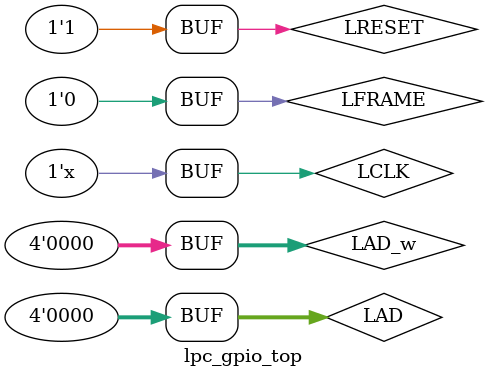
<source format=v>

module  lpc_gpio_top;


reg    [3:0]   LAD;
reg            LFRAME;
reg            LRESET;
reg            LCLK;

wire   [7:0]   gpio_out;

wire    [3:0]   LAD_w;


//LCLK
initial
begin
       LCLK=1;
end

//LRESET
initial
begin
    

//write date to gpio    
       LRESET = 0;
#50   LRESET = 1; 
#10    LFRAME = 0;
       LAD = 4'b0000;   //1-start
#10    LFRAME = 1;
       LAD = 4'b0010;   //2- CT-DIR, 0010- IO WRITE
#10    LFRAME = 1;
       LAD = 4'b0000;   //3- address A15-A12
#10    LFRAME = 1;
       LAD = 4'b0100;   //4- A11-A8
#10    LFRAME = 1;
       LAD = 4'b0010;   //5- A7-A4
#10    LFRAME = 1;
       LAD = 4'b0001;   //6- A3-A0
#10    LFRAME = 1;
       LAD = 4'b0101;   //7- D3-D0
#10    LFRAME = 1;
       LAD = 4'b1010;   //8- D7-D4
#10    LFRAME = 1;
       LAD = 4'b1111;   //9- TAR
#10    LFRAME = 1;
       LAD = 4'bzzzz;   //10- TAR       
#10    LFRAME = 1;
       LAD = 4'bzzzz;   //11- SYNC
#10    LFRAME = 1;
       LAD = 4'bzzzz;   //12- TAR
#10    LFRAME = 1;
       LAD = 4'bzzzz;   //13- TAR
#50   LFRAME = 1;
       LAD = 4'bzzzz;   //13- TAR
       
       
#20    LFRAME = 0;
       LAD = 4'b0000;   //start
#10    LFRAME = 1;
       LAD = 4'b0010;   //CT-DIR, 0010- IO WRITE
#10    LFRAME = 1;
       LAD = 4'b0000;   //address A15-A12
#10    LFRAME = 1;
       LAD = 4'b0100;   //A11-A8
#10    LFRAME = 1;
       LAD = 4'b0010;   //A7-A4
#10    LFRAME = 1;
       LAD = 4'b0101;   //A3-A0
#10    LFRAME = 1;
       LAD = 4'b1011;   //D3-D0
#10    LFRAME = 1;
       LAD = 4'b0010;   //D7-D4
#10    LFRAME = 1;
       LAD = 4'b1111;   //TAR
#10    LFRAME = 1;
       LAD = 4'bzzzz;   //TAR
#50    LFRAME = 1;
       LAD = 4'bzzzz;   //SYNC
       

//read data from LPC GPIO       
       
       LRESET = 0;
#50   LRESET = 1; 
#10    LFRAME = 0;
       LAD = 4'b0000;   //1-start
#10    LFRAME = 1;
       LAD = 4'b0000;   //2- CT-DIR, 0000- IO READ
#10    LFRAME = 1;
       LAD = 4'b0000;   //3- address A15-A12
#10    LFRAME = 1;
       LAD = 4'b0100;   //4- A11-A8
#10    LFRAME = 1;
       LAD = 4'b0010;   //5- A7-A4
#10    LFRAME = 1;
       LAD = 4'b0001;   //6- A3-A0
#10    LFRAME = 1;
       LAD = 4'b1111;   //7- TAR
#10    LFRAME = 1;
       LAD = 4'bzzzz;   //8- TAR       
#10    LFRAME = 1;
       LAD = 4'bzzzz;   //9- SYNC
#10    LFRAME = 1;
       LAD = 4'bzzzz;   //10 D3-D0
#10    LFRAME = 1;
       LAD = 4'bzzzz;   //11 D7-D4       
#10    LFRAME = 1;
       LAD = 4'bzzzz;   //12- TAR
#100   LFRAME = 1;
       LAD = 4'bzzzz;   //13- TAR       
    
       

end

//LFRAME, LAD
initial
begin
    LFRAME = 0;
    LAD = 0;
end

//LCLK
always
begin
	#5 LCLK = !LCLK;
end

//hookup the gpip module
lpc_gpio gpio1(
   .LAD(LAD_w),
   .LFRAME(LFRAME),
   .LRESET(LRESET),
   .LCLK(LCLK),
   .gpio_addr_i(16'h0421),
   .gpio_i(8'ha5),
   .gpio_o(gpio_out)
   );
   
assign LAD_w = LAD;




endmodule

</source>
